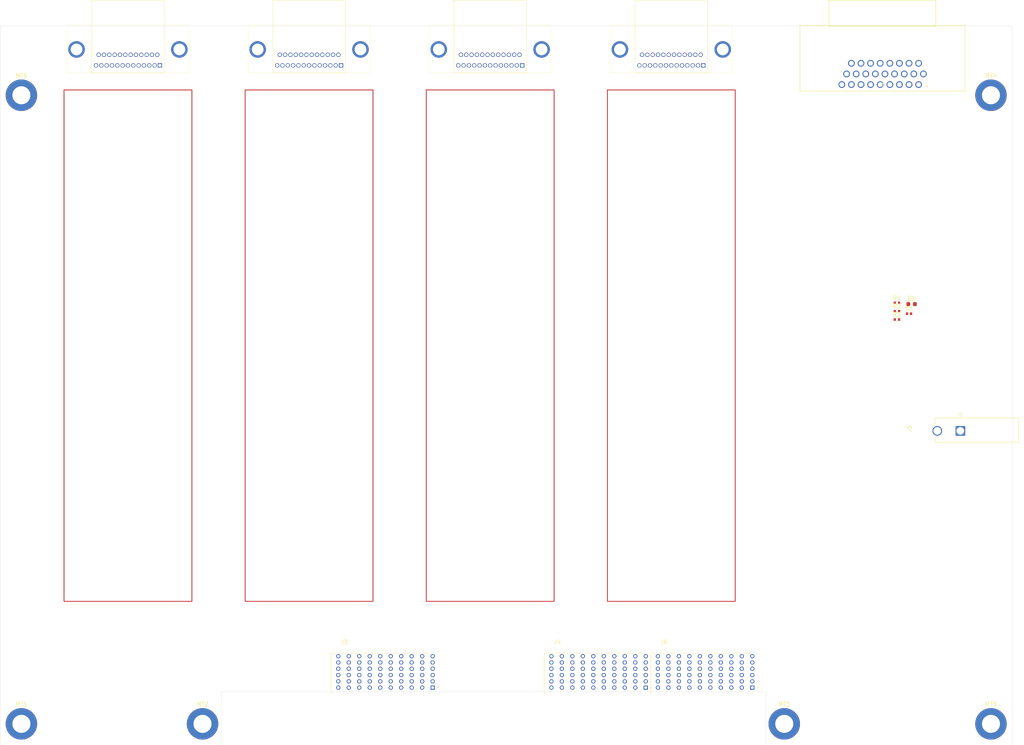
<source format=kicad_pcb>
(kicad_pcb (version 20241229) (generator "pcbnew") (generator_version "9.0")
  (layers (0 "F.Cu" signal) (2 "B.Cu" signal) (13 "F.Paste" user) (15 "B.Paste" user) (5 "F.SilkS" user "F.Silkscreen") (7 "B.SilkS" user "B.Silkscreen") (1 "F.Mask" user) (3 "B.Mask" user) (25 "Edge.Cuts" user))
  (net 0 "")
  (net 1 "GND")
  (net 2 "Net-(C1-Pad1)")
  (net 3 "Net-(D1-K)")
  (footprint "myparts:0836149012" (layer "F.Cu") (at 113.03 66.548 180)
    (property "Reference" "J7" (hide yes))
    (property "Value" "0836149012")
    (fp_rect (start -8.636 -1.778) (end 8.636 15.494) (stroke (width 0.1)) (fill no) (layer "F.SilkS"))
    (fp_rect (start -14.478 -1.778) (end 14.478 9.652) (stroke (width 0.05)) (fill no) (layer "F.SilkS"))
    (pad "1" thru_hole rect (at -7.62 0) (size 1.016 1.016) (drill 0.7112) (layers "*.Cu" "*.Mask"))
    (pad "2" thru_hole circle (at -6.35 0 180) (size 1.016 1.016) (drill 0.7112) (layers "*.Cu" "*.Mask"))
    (pad "3" thru_hole circle (at -5.08 0 180) (size 1.016 1.016) (drill 0.7112) (layers "*.Cu" "*.Mask"))
    (pad "4" thru_hole circle (at -3.81 0 180) (size 1.016 1.016) (drill 0.7112) (layers "*.Cu" "*.Mask"))
    (pad "5" thru_hole circle (at -2.54 0 180) (size 1.016 1.016) (drill 0.7112) (layers "*.Cu" "*.Mask"))
    (pad "6" thru_hole circle (at -1.27 0 180) (size 1.016 1.016) (drill 0.7112) (layers "*.Cu" "*.Mask"))
    (pad "7" thru_hole circle (at 0 0 180) (size 1.016 1.016) (drill 0.7112) (layers "*.Cu" "*.Mask"))
    (pad "8" thru_hole circle (at 1.27 0 180) (size 1.016 1.016) (drill 0.7112) (layers "*.Cu" "*.Mask"))
    (pad "9" thru_hole circle (at 2.54 0 180) (size 1.016 1.016) (drill 0.7112) (layers "*.Cu" "*.Mask"))
    (pad "10" thru_hole circle (at 3.81 0 180) (size 1.016 1.016) (drill 0.7112) (layers "*.Cu" "*.Mask"))
    (pad "11" thru_hole circle (at 5.08 0 180) (size 1.016 1.016) (drill 0.7112) (layers "*.Cu" "*.Mask"))
    (pad "12" thru_hole circle (at 6.35 0 180) (size 1.016 1.016) (drill 0.7112) (layers "*.Cu" "*.Mask"))
    (pad "13" thru_hole circle (at 7.62 0 180) (size 1.016 1.016) (drill 0.7112) (layers "*.Cu" "*.Mask"))
    (pad "14" thru_hole circle (at -6.985 2.54 180) (size 1.016 1.016) (drill 0.7112) (layers "*.Cu" "*.Mask"))
    (pad "15" thru_hole circle (at -5.715 2.54 180) (size 1.016 1.016) (drill 0.7112) (layers "*.Cu" "*.Mask"))
    (pad "16" thru_hole circle (at -4.445 2.54 180) (size 1.016 1.016) (drill 0.7112) (layers "*.Cu" "*.Mask"))
    (pad "17" thru_hole circle (at -3.175 2.54 180) (size 1.016 1.016) (drill 0.7112) (layers "*.Cu" "*.Mask"))
    (pad "18" thru_hole circle (at -1.905 2.54 180) (size 1.016 1.016) (drill 0.7112) (layers "*.Cu" "*.Mask"))
    (pad "19" thru_hole circle (at -0.635 2.54 180) (size 1.016 1.016) (drill 0.7112) (layers "*.Cu" "*.Mask"))
    (pad "20" thru_hole circle (at 0.635 2.54 180) (size 1.016 1.016) (drill 0.7112) (layers "*.Cu" "*.Mask"))
    (pad "21" thru_hole circle (at 1.905 2.54 180) (size 1.016 1.016) (drill 0.7112) (layers "*.Cu" "*.Mask"))
    (pad "22" thru_hole circle (at 3.175 2.54 180) (size 1.016 1.016) (drill 0.7112) (layers "*.Cu" "*.Mask"))
    (pad "23" thru_hole circle (at 4.445 2.54 180) (size 1.016 1.016) (drill 0.7112) (layers "*.Cu" "*.Mask"))
    (pad "24" thru_hole circle (at 5.715 2.54 180) (size 1.016 1.016) (drill 0.7112) (layers "*.Cu" "*.Mask"))
    (pad "25" thru_hole circle (at 6.985 2.54 180) (size 1.016 1.016) (drill 0.7112) (layers "*.Cu" "*.Mask"))
    (pad "26" thru_hole circle (at 12.2555 3.81) (size 3.937 3.937) (drill 2.794) (layers "*.Cu" "*.Mask"))
    (pad "27" thru_hole circle (at -12.2555 3.81) (size 3.937 3.937) (drill 2.794) (layers "*.Cu" "*.Mask"))
  )
  (footprint "MountingHole:MountingHole_4.3mm_M4_DIN965_Pad" (layer "F.Cu") (at 87.63 223.52)
    (property "Reference" "MT2" (at 0 -4.7 0) (layer "F.SilkS"))
    (property "Value" "MountingHole_Pad" (hide yes))
    (pad "1" thru_hole circle (at 0 0) (size 7.5 7.5) (drill 4.3) (layers "*.Cu" "*.Mask") (net 1 "GND"))
  )
  (footprint "Resistor_SMD:R_0402_1005Metric" (layer "F.Cu") (at 253.17 127.13)
    (property "Reference" "R3" (at 0 -1.17 0) (layer "F.SilkS"))
    (property "Value" "R_US")
    (fp_line (start -0.153641 -0.38) (end 0.153641 -0.38) (stroke (width 0.12)) (layer "F.SilkS"))
    (fp_line (start -0.153641 0.38) (end 0.153641 0.38) (stroke (width 0.12)) (layer "F.SilkS"))
    (pad "1" smd roundrect (at -0.51 0) (size 0.54 0.64) (layers "F.Cu" "F.Mask" "F.Paste") (net 3 "Net-(D1-K)"))
    (pad "2" smd roundrect (at 0.51 0) (size 0.54 0.64) (layers "F.Cu" "F.Mask" "F.Paste") (net 2 "Net-(C1-Pad1)"))
  )
  (footprint "myparts:MOLEX_39301022" (layer "F.Cu") (at 268.29 153.67 90)
    (property "Reference" "J5" (at 0.475 -12.115 90) (layer "F.SilkS"))
    (property "Value" "39301022")
    (fp_line (start 3.1 -6.04) (end 1.4762 -6.04) (stroke (width 0.127)) (layer "F.SilkS"))
    (fp_line (start 3.1 -6.04) (end 3.1 13.9) (stroke (width 0.127)) (layer "F.SilkS"))
    (fp_line (start -2.7 -6.04) (end -1.4762 -6.04) (stroke (width 0.127)) (layer "F.SilkS"))
    (fp_line (start 4.097 -0.4) (end 3.397 0) (stroke (width 0.127)) (layer "F.SilkS"))
    (fp_line (start 3.397 0) (end 4.097 0.4) (stroke (width 0.127)) (layer "F.SilkS"))
    (fp_line (start 4.097 0.4) (end 4.097 -0.4) (stroke (width 0.127)) (layer "F.SilkS"))
    (fp_line (start 3.1 13.9) (end -2.7 13.9) (stroke (width 0.127)) (layer "F.SilkS"))
    (fp_line (start -2.7 13.9) (end -2.7 -6.04) (stroke (width 0.127)) (layer "F.SilkS"))
    (pad "" np_thru_hole circle (at 0 7.3 90) (size 3 3) (drill 3) (layers "*.Cu" "*.Mask"))
    (pad "1" thru_hole rect (at 0 0 90) (size 2.3 2.3) (drill 1.8) (layers "*.Cu"))
    (pad "2" thru_hole circle (at 0 -5.5 90) (size 2.3 2.3) (drill 1.8) (layers "*.Cu"))
  )
  (footprint "Resistor_SMD:R_0402_1005Metric" (layer "F.Cu") (at 253.17 123.15)
    (property "Reference" "R1" (at 0 -1.17 0) (layer "F.SilkS"))
    (property "Value" "R_Small_US")
    (fp_line (start -0.153641 -0.38) (end 0.153641 -0.38) (stroke (width 0.12)) (layer "F.SilkS"))
    (fp_line (start -0.153641 0.38) (end 0.153641 0.38) (stroke (width 0.12)) (layer "F.SilkS"))
    (pad "1" smd roundrect (at -0.51 0) (size 0.54 0.64) (layers "F.Cu" "F.Mask" "F.Paste") (net 3 "Net-(D1-K)"))
    (pad "2" smd roundrect (at 0.51 0) (size 0.54 0.64) (layers "F.Cu" "F.Mask" "F.Paste") (net 2 "Net-(C1-Pad1)"))
  )
  (footprint "MountingHole:MountingHole_4.3mm_M4_DIN965_Pad" (layer "F.Cu") (at 275.59 73.66)
    (property "Reference" "MT4" (at 0 -4.7 0) (layer "F.SilkS"))
    (property "Value" "MountingHole_Pad" (hide yes))
    (pad "1" thru_hole circle (at 0 0) (size 7.5 7.5) (drill 4.3) (layers "*.Cu" "*.Mask") (net 1 "GND"))
  )
  (footprint "MountingHole:MountingHole_4.3mm_M4_DIN965_Pad" (layer "F.Cu") (at 275.59 223.52)
    (property "Reference" "MT5" (at 0 -4.7 0) (layer "F.SilkS"))
    (property "Value" "MountingHole_Pad" (hide yes))
    (pad "1" thru_hole circle (at 0 0) (size 7.5 7.5) (drill 4.3) (layers "*.Cu" "*.Mask") (net 1 "GND"))
  )
  (footprint "MountingHole:MountingHole_4.3mm_M4_DIN965_Pad" (layer "F.Cu") (at 44.45 73.66)
    (property "Reference" "MT6" (at 0 -4.7 0) (layer "F.SilkS"))
    (property "Value" "MountingHole_Pad" (hide yes))
    (pad "1" thru_hole circle (at 0 0) (size 7.5 7.5) (drill 4.3) (layers "*.Cu" "*.Mask") (net 1 "GND"))
  )
  (footprint "myparts:TE_6469028-1" (layer "F.Cu") (at 142.494 214.884)
    (property "Reference" "J3" (at -21.075 -10.885 0) (layer "F.SilkS"))
    (property "Value" "6469028-1")
    (fp_line (start -24.2 -8.2) (end -24.2 1.5) (stroke (width 0.127)) (layer "F.SilkS"))
    (fp_line (start -24.2 -8.2) (end -23 -8.2) (stroke (width 0.127)) (layer "F.SilkS"))
    (fp_line (start -22 -8.2) (end -20.5 -8.2) (stroke (width 0.127)) (layer "F.SilkS"))
    (fp_line (start -19.5 -8.2) (end -18 -8.2) (stroke (width 0.127)) (layer "F.SilkS"))
    (fp_line (start -17 -8.2) (end -15.5 -8.2) (stroke (width 0.127)) (layer "F.SilkS"))
    (fp_line (start -14.5 -8.2) (end -13 -8.2) (stroke (width 0.127)) (layer "F.SilkS"))
    (fp_line (start -12 -8.2) (end -10.5 -8.2) (stroke (width 0.127)) (layer "F.SilkS"))
    (fp_line (start -9.5 -8.2) (end -8 -8.2) (stroke (width 0.127)) (layer "F.SilkS"))
    (fp_line (start -7 -8.2) (end -5.5 -8.2) (stroke (width 0.127)) (layer "F.SilkS"))
    (fp_line (start -4.5 -8.2) (end -3 -8.2) (stroke (width 0.127)) (layer "F.SilkS"))
    (fp_line (start -2 -8.2) (end -0.5 -8.2) (stroke (width 0.127)) (layer "F.SilkS"))
    (fp_circle (center 1.25 0) (end 1.35 0) (stroke (width 0.2)) (fill no) (layer "F.SilkS"))
    (pad "A1" thru_hole rect (at 0 0) (size 1 1) (drill 0.61) (layers "*.Cu" "*.Mask"))
    (pad "A2" thru_hole circle (at -2.5 0) (size 1 1) (drill 0.61) (layers "*.Cu" "*.Mask"))
    (pad "A3" thru_hole circle (at -5 0) (size 1 1) (drill 0.61) (layers "*.Cu" "*.Mask"))
    (pad "A4" thru_hole circle (at -7.5 0) (size 1 1) (drill 0.61) (layers "*.Cu" "*.Mask"))
    (pad "A5" thru_hole circle (at -10 0) (size 1 1) (drill 0.61) (layers "*.Cu" "*.Mask"))
    (pad "A6" thru_hole circle (at -12.5 0) (size 1 1) (drill 0.61) (layers "*.Cu" "*.Mask"))
    (pad "A7" thru_hole circle (at -15 0) (size 1 1) (drill 0.61) (layers "*.Cu" "*.Mask"))
    (pad "A8" thru_hole circle (at -17.5 0) (size 1 1) (drill 0.61) (layers "*.Cu" "*.Mask"))
    (pad "A9" thru_hole circle (at -20 0) (size 1 1) (drill 0.61) (layers "*.Cu" "*.Mask"))
    (pad "A10" thru_hole circle (at -22.5 0) (size 1 1) (drill 0.61) (layers "*.Cu" "*.Mask"))
    (pad "B1" thru_hole circle (at 0 -1.5) (size 1 1) (drill 0.61) (layers "*.Cu" "*.Mask"))
    (pad "B2" thru_hole circle (at -2.5 -1.5) (size 1 1) (drill 0.61) (layers "*.Cu" "*.Mask"))
    (pad "B3" thru_hole circle (at -5 -1.5) (size 1 1) (drill 0.61) (layers "*.Cu" "*.Mask"))
    (pad "B4" thru_hole circle (at -7.5 -1.5) (size 1 1) (drill 0.61) (layers "*.Cu" "*.Mask"))
    (pad "B5" thru_hole circle (at -10 -1.5) (size 1 1) (drill 0.61) (layers "*.Cu" "*.Mask"))
    (pad "B6" thru_hole circle (at -12.5 -1.5) (size 1 1) (drill 0.61) (layers "*.Cu" "*.Mask"))
    (pad "B7" thru_hole circle (at -15 -1.5) (size 1 1) (drill 0.61) (layers "*.Cu" "*.Mask"))
    (pad "B8" thru_hole circle (at -17.5 -1.5) (size 1 1) (drill 0.61) (layers "*.Cu" "*.Mask"))
    (pad "B9" thru_hole circle (at -20 -1.5) (size 1 1) (drill 0.61) (layers "*.Cu" "*.Mask"))
    (pad "B10" thru_hole circle (at -22.5 -1.5) (size 1 1) (drill 0.61) (layers "*.Cu" "*.Mask"))
    (pad "BG1" thru_hole circle (at 0 -3) (size 1 1) (drill 0.61) (layers "*.Cu" "*.Mask") (net 1 "GND"))
    (pad "BG2" thru_hole circle (at -2.5 -3) (size 1 1) (drill 0.61) (layers "*.Cu" "*.Mask") (net 1 "GND"))
    (pad "BG3" thru_hole circle (at -5 -3) (size 1 1) (drill 0.61) (layers "*.Cu" "*.Mask") (net 1 "GND"))
    (pad "BG4" thru_hole circle (at -7.5 -3) (size 1 1) (drill 0.61) (layers "*.Cu" "*.Mask") (net 1 "GND"))
    (pad "BG5" thru_hole circle (at -10 -3) (size 1 1) (drill 0.61) (layers "*.Cu" "*.Mask") (net 1 "GND"))
    (pad "BG6" thru_hole circle (at -12.5 -3) (size 1 1) (drill 0.61) (layers "*.Cu" "*.Mask") (net 1 "GND"))
    (pad "BG7" thru_hole circle (at -15 -3) (size 1 1) (drill 0.61) (layers "*.Cu" "*.Mask") (net 1 "GND"))
    (pad "BG8" thru_hole circle (at -17.5 -3) (size 1 1) (drill 0.61) (layers "*.Cu" "*.Mask") (net 1 "GND"))
    (pad "BG9" thru_hole circle (at -20 -3) (size 1 1) (drill 0.61) (layers "*.Cu" "*.Mask") (net 1 "GND"))
    (pad "BG10" thru_hole circle (at -22.5 -3) (size 1 1) (drill 0.61) (layers "*.Cu" "*.Mask") (net 1 "GND"))
    (pad "C1" thru_hole circle (at 0 -4.5) (size 1 1) (drill 0.61) (layers "*.Cu" "*.Mask"))
    (pad "C2" thru_hole circle (at -2.5 -4.5) (size 1 1) (drill 0.61) (layers "*.Cu" "*.Mask"))
    (pad "C3" thru_hole circle (at -5 -4.5) (size 1 1) (drill 0.61) (layers "*.Cu" "*.Mask"))
    (pad "C4" thru_hole circle (at -7.5 -4.5) (size 1 1) (drill 0.61) (layers "*.Cu" "*.Mask"))
    (pad "C5" thru_hole circle (at -10 -4.5) (size 1 1) (drill 0.61) (layers "*.Cu" "*.Mask"))
    (pad "C6" thru_hole circle (at -12.5 -4.5) (size 1 1) (drill 0.61) (layers "*.Cu" "*.Mask"))
    (pad "C7" thru_hole circle (at -15 -4.5) (size 1 1) (drill 0.61) (layers "*.Cu" "*.Mask"))
    (pad "C8" thru_hole circle (at -17.5 -4.5) (size 1 1) (drill 0.61) (layers "*.Cu" "*.Mask"))
    (pad "C9" thru_hole circle (at -20 -4.5) (size 1 1) (drill 0.61) (layers "*.Cu" "*.Mask"))
    (pad "C10" thru_hole circle (at -22.5 -4.5) (size 1 1) (drill 0.61) (layers "*.Cu" "*.Mask"))
    (pad "D1" thru_hole circle (at 0 -6) (size 1 1) (drill 0.61) (layers "*.Cu" "*.Mask"))
    (pad "D2" thru_hole circle (at -2.5 -6) (size 1 1) (drill 0.61) (layers "*.Cu" "*.Mask"))
    (pad "D3" thru_hole circle (at -5 -6) (size 1 1) (drill 0.61) (layers "*.Cu" "*.Mask"))
    (pad "D4" thru_hole circle (at -7.5 -6) (size 1 1) (drill 0.61) (layers "*.Cu" "*.Mask"))
    (pad "D5" thru_hole circle (at -10 -6) (size 1 1) (drill 0.61) (layers "*.Cu" "*.Mask"))
    (pad "D6" thru_hole circle (at -12.5 -6) (size 1 1) (drill 0.61) (layers "*.Cu" "*.Mask"))
    (pad "D7" thru_hole circle (at -15 -6) (size 1 1) (drill 0.61) (layers "*.Cu" "*.Mask"))
    (pad "D8" thru_hole circle (at -17.5 -6) (size 1 1) (drill 0.61) (layers "*.Cu" "*.Mask"))
    (pad "D9" thru_hole circle (at -20 -6) (size 1 1) (drill 0.61) (layers "*.Cu" "*.Mask"))
    (pad "D10" thru_hole circle (at -22.5 -6) (size 1 1) (drill 0.61) (layers "*.Cu" "*.Mask"))
    (pad "DG1" thru_hole circle (at 0 -7.5) (size 1 1) (drill 0.61) (layers "*.Cu" "*.Mask") (net 1 "GND"))
    (pad "DG2" thru_hole circle (at -2.5 -7.5) (size 1 1) (drill 0.61) (layers "*.Cu" "*.Mask") (net 1 "GND"))
    (pad "DG3" thru_hole circle (at -5 -7.5) (size 1 1) (drill 0.61) (layers "*.Cu" "*.Mask") (net 1 "GND"))
    (pad "DG4" thru_hole circle (at -7.5 -7.5) (size 1 1) (drill 0.61) (layers "*.Cu" "*.Mask") (net 1 "GND"))
    (pad "DG5" thru_hole circle (at -10 -7.5) (size 1 1) (drill 0.61) (layers "*.Cu" "*.Mask") (net 1 "GND"))
    (pad "DG6" thru_hole circle (at -12.5 -7.5) (size 1 1) (drill 0.61) (layers "*.Cu" "*.Mask") (net 1 "GND"))
    (pad "DG7" thru_hole circle (at -15 -7.5) (size 1 1) (drill 0.61) (layers "*.Cu" "*.Mask") (net 1 "GND"))
    (pad "DG8" thru_hole circle (at -17.5 -7.5) (size 1 1) (drill 0.61) (layers "*.Cu" "*.Mask") (net 1 "GND"))
    (pad "DG9" thru_hole circle (at -20 -7.5) (size 1 1) (drill 0.61) (layers "*.Cu" "*.Mask") (net 1 "GND"))
    (pad "DG10" thru_hole circle (at -22.5 -7.5) (size 1 1) (drill 0.61) (layers "*.Cu" "*.Mask") (net 1 "GND"))
  )
  (footprint "myparts:TE_6469028-1" (layer "F.Cu") (at 193.294 214.884)
    (property "Reference" "J4" (at -21.075 -10.885 0) (layer "F.SilkS"))
    (property "Value" "6469028-1")
    (fp_line (start -24.2 -8.2) (end -24.2 1.5) (stroke (width 0.127)) (layer "F.SilkS"))
    (fp_line (start -24.2 -8.2) (end -23 -8.2) (stroke (width 0.127)) (layer "F.SilkS"))
    (fp_line (start -22 -8.2) (end -20.5 -8.2) (stroke (width 0.127)) (layer "F.SilkS"))
    (fp_line (start -19.5 -8.2) (end -18 -8.2) (stroke (width 0.127)) (layer "F.SilkS"))
    (fp_line (start -17 -8.2) (end -15.5 -8.2) (stroke (width 0.127)) (layer "F.SilkS"))
    (fp_line (start -14.5 -8.2) (end -13 -8.2) (stroke (width 0.127)) (layer "F.SilkS"))
    (fp_line (start -12 -8.2) (end -10.5 -8.2) (stroke (width 0.127)) (layer "F.SilkS"))
    (fp_line (start -9.5 -8.2) (end -8 -8.2) (stroke (width 0.127)) (layer "F.SilkS"))
    (fp_line (start -7 -8.2) (end -5.5 -8.2) (stroke (width 0.127)) (layer "F.SilkS"))
    (fp_line (start -4.5 -8.2) (end -3 -8.2) (stroke (width 0.127)) (layer "F.SilkS"))
    (fp_line (start -2 -8.2) (end -0.5 -8.2) (stroke (width 0.127)) (layer "F.SilkS"))
    (fp_circle (center 1.25 0) (end 1.35 0) (stroke (width 0.2)) (fill no) (layer "F.SilkS"))
    (pad "A1" thru_hole rect (at 0 0) (size 1 1) (drill 0.61) (layers "*.Cu" "*.Mask"))
    (pad "A2" thru_hole circle (at -2.5 0) (size 1 1) (drill 0.61) (layers "*.Cu" "*.Mask"))
    (pad "A3" thru_hole circle (at -5 0) (size 1 1) (drill 0.61) (layers "*.Cu" "*.Mask"))
    (pad "A4" thru_hole circle (at -7.5 0) (size 1 1) (drill 0.61) (layers "*.Cu" "*.Mask"))
    (pad "A5" thru_hole circle (at -10 0) (size 1 1) (drill 0.61) (layers "*.Cu" "*.Mask"))
    (pad "A6" thru_hole circle (at -12.5 0) (size 1 1) (drill 0.61) (layers "*.Cu" "*.Mask"))
    (pad "A7" thru_hole circle (at -15 0) (size 1 1) (drill 0.61) (layers "*.Cu" "*.Mask"))
    (pad "A8" thru_hole circle (at -17.5 0) (size 1 1) (drill 0.61) (layers "*.Cu" "*.Mask"))
    (pad "A9" thru_hole circle (at -20 0) (size 1 1) (drill 0.61) (layers "*.Cu" "*.Mask"))
    (pad "A10" thru_hole circle (at -22.5 0) (size 1 1) (drill 0.61) (layers "*.Cu" "*.Mask"))
    (pad "B1" thru_hole circle (at 0 -1.5) (size 1 1) (drill 0.61) (layers "*.Cu" "*.Mask"))
    (pad "B2" thru_hole circle (at -2.5 -1.5) (size 1 1) (drill 0.61) (layers "*.Cu" "*.Mask"))
    (pad "B3" thru_hole circle (at -5 -1.5) (size 1 1) (drill 0.61) (layers "*.Cu" "*.Mask"))
    (pad "B4" thru_hole circle (at -7.5 -1.5) (size 1 1) (drill 0.61) (layers "*.Cu" "*.Mask"))
    (pad "B5" thru_hole circle (at -10 -1.5) (size 1 1) (drill 0.61) (layers "*.Cu" "*.Mask"))
    (pad "B6" thru_hole circle (at -12.5 -1.5) (size 1 1) (drill 0.61) (layers "*.Cu" "*.Mask"))
    (pad "B7" thru_hole circle (at -15 -1.5) (size 1 1) (drill 0.61) (layers "*.Cu" "*.Mask"))
    (pad "B8" thru_hole circle (at -17.5 -1.5) (size 1 1) (drill 0.61) (layers "*.Cu" "*.Mask"))
    (pad "B9" thru_hole circle (at -20 -1.5) (size 1 1) (drill 0.61) (layers "*.Cu" "*.Mask"))
    (pad "B10" thru_hole circle (at -22.5 -1.5) (size 1 1) (drill 0.61) (layers "*.Cu" "*.Mask"))
    (pad "BG1" thru_hole circle (at 0 -3) (size 1 1) (drill 0.61) (layers "*.Cu" "*.Mask") (net 1 "GND"))
    (pad "BG2" thru_hole circle (at -2.5 -3) (size 1 1) (drill 0.61) (layers "*.Cu" "*.Mask") (net 1 "GND"))
    (pad "BG3" thru_hole circle (at -5 -3) (size 1 1) (drill 0.61) (layers "*.Cu" "*.Mask") (net 1 "GND"))
    (pad "BG4" thru_hole circle (at -7.5 -3) (size 1 1) (drill 0.61) (layers "*.Cu" "*.Mask") (net 1 "GND"))
    (pad "BG5" thru_hole circle (at -10 -3) (size 1 1) (drill 0.61) (layers "*.Cu" "*.Mask") (net 1 "GND"))
    (pad "BG6" thru_hole circle (at -12.5 -3) (size 1 1) (drill 0.61) (layers "*.Cu" "*.Mask") (net 1 "GND"))
    (pad "BG7" thru_hole circle (at -15 -3) (size 1 1) (drill 0.61) (layers "*.Cu" "*.Mask") (net 1 "GND"))
    (pad "BG8" thru_hole circle (at -17.5 -3) (size 1 1) (drill 0.61) (layers "*.Cu" "*.Mask") (net 1 "GND"))
    (pad "BG9" thru_hole circle (at -20 -3) (size 1 1) (drill 0.61) (layers "*.Cu" "*.Mask") (net 1 "GND"))
    (pad "BG10" thru_hole circle (at -22.5 -3) (size 1 1) (drill 0.61) (layers "*.Cu" "*.Mask") (net 1 "GND"))
    (pad "C1" thru_hole circle (at 0 -4.5) (size 1 1) (drill 0.61) (layers "*.Cu" "*.Mask"))
    (pad "C2" thru_hole circle (at -2.5 -4.5) (size 1 1) (drill 0.61) (layers "*.Cu" "*.Mask"))
    (pad "C3" thru_hole circle (at -5 -4.5) (size 1 1) (drill 0.61) (layers "*.Cu" "*.Mask"))
    (pad "C4" thru_hole circle (at -7.5 -4.5) (size 1 1) (drill 0.61) (layers "*.Cu" "*.Mask"))
    (pad "C5" thru_hole circle (at -10 -4.5) (size 1 1) (drill 0.61) (layers "*.Cu" "*.Mask"))
    (pad "C6" thru_hole circle (at -12.5 -4.5) (size 1 1) (drill 0.61) (layers "*.Cu" "*.Mask"))
    (pad "C7" thru_hole circle (at -15 -4.5) (size 1 1) (drill 0.61) (layers "*.Cu" "*.Mask"))
    (pad "C8" thru_hole circle (at -17.5 -4.5) (size 1 1) (drill 0.61) (layers "*.Cu" "*.Mask"))
    (pad "C9" thru_hole circle (at -20 -4.5) (size 1 1) (drill 0.61) (layers "*.Cu" "*.Mask"))
    (pad "C10" thru_hole circle (at -22.5 -4.5) (size 1 1) (drill 0.61) (layers "*.Cu" "*.Mask"))
    (pad "D1" thru_hole circle (at 0 -6) (size 1 1) (drill 0.61) (layers "*.Cu" "*.Mask"))
    (pad "D2" thru_hole circle (at -2.5 -6) (size 1 1) (drill 0.61) (layers "*.Cu" "*.Mask"))
    (pad "D3" thru_hole circle (at -5 -6) (size 1 1) (drill 0.61) (layers "*.Cu" "*.Mask"))
    (pad "D4" thru_hole circle (at -7.5 -6) (size 1 1) (drill 0.61) (layers "*.Cu" "*.Mask"))
    (pad "D5" thru_hole circle (at -10 -6) (size 1 1) (drill 0.61) (layers "*.Cu" "*.Mask"))
    (pad "D6" thru_hole circle (at -12.5 -6) (size 1 1) (drill 0.61) (layers "*.Cu" "*.Mask"))
    (pad "D7" thru_hole circle (at -15 -6) (size 1 1) (drill 0.61) (layers "*.Cu" "*.Mask"))
    (pad "D8" thru_hole circle (at -17.5 -6) (size 1 1) (drill 0.61) (layers "*.Cu" "*.Mask"))
    (pad "D9" thru_hole circle (at -20 -6) (size 1 1) (drill 0.61) (layers "*.Cu" "*.Mask"))
    (pad "D10" thru_hole circle (at -22.5 -6) (size 1 1) (drill 0.61) (layers "*.Cu" "*.Mask"))
    (pad "DG1" thru_hole circle (at 0 -7.5) (size 1 1) (drill 0.61) (layers "*.Cu" "*.Mask") (net 1 "GND"))
    (pad "DG2" thru_hole circle (at -2.5 -7.5) (size 1 1) (drill 0.61) (layers "*.Cu" "*.Mask") (net 1 "GND"))
    (pad "DG3" thru_hole circle (at -5 -7.5) (size 1 1) (drill 0.61) (layers "*.Cu" "*.Mask") (net 1 "GND"))
    (pad "DG4" thru_hole circle (at -7.5 -7.5) (size 1 1) (drill 0.61) (layers "*.Cu" "*.Mask") (net 1 "GND"))
    (pad "DG5" thru_hole circle (at -10 -7.5) (size 1 1) (drill 0.61) (layers "*.Cu" "*.Mask") (net 1 "GND"))
    (pad "DG6" thru_hole circle (at -12.5 -7.5) (size 1 1) (drill 0.61) (layers "*.Cu" "*.Mask") (net 1 "GND"))
    (pad "DG7" thru_hole circle (at -15 -7.5) (size 1 1) (drill 0.61) (layers "*.Cu" "*.Mask") (net 1 "GND"))
    (pad "DG8" thru_hole circle (at -17.5 -7.5) (size 1 1) (drill 0.61) (layers "*.Cu" "*.Mask") (net 1 "GND"))
    (pad "DG9" thru_hole circle (at -20 -7.5) (size 1 1) (drill 0.61) (layers "*.Cu" "*.Mask") (net 1 "GND"))
    (pad "DG10" thru_hole circle (at -22.5 -7.5) (size 1 1) (drill 0.61) (layers "*.Cu" "*.Mask") (net 1 "GND"))
  )
  (footprint "Resistor_SMD:R_0402_1005Metric" (layer "F.Cu") (at 253.17 125.14)
    (property "Reference" "R2" (at 0 -1.17 0) (layer "F.SilkS"))
    (property "Value" "R_US")
    (fp_line (start -0.153641 -0.38) (end 0.153641 -0.38) (stroke (width 0.12)) (layer "F.SilkS"))
    (fp_line (start -0.153641 0.38) (end 0.153641 0.38) (stroke (width 0.12)) (layer "F.SilkS"))
    (pad "1" smd roundrect (at -0.51 0) (size 0.54 0.64) (layers "F.Cu" "F.Mask" "F.Paste") (net 3 "Net-(D1-K)"))
    (pad "2" smd roundrect (at 0.51 0) (size 0.54 0.64) (layers "F.Cu" "F.Mask" "F.Paste") (net 2 "Net-(C1-Pad1)"))
  )
  (footprint "myparts:CONN_F15-26P135G0-5979_MOL" (layer "F.Cu") (at 258.3434 71.12)
    (property "Reference" "J1" (at -8.7376 0 0) (layer "F.SilkS"))
    (property "Value" "1731130154")
    (fp_line (start -28.2956 -14.097) (end -28.2956 1.5494) (stroke (width 0.1524)) (layer "F.SilkS"))
    (fp_line (start -28.2956 1.5494) (end 11.049 1.5494) (stroke (width 0.1524)) (layer "F.SilkS"))
    (fp_line (start -21.3614 -20.0914) (end -21.3614 -13.843) (stroke (width 0.1524)) (layer "F.SilkS"))
    (fp_line (start -21.3614 -13.843) (end 4.0894 -13.843) (stroke (width 0.1524)) (layer "F.SilkS"))
    (fp_line (start 4.0894 -20.0914) (end -21.3614 -20.0914) (stroke (width 0.1524)) (layer "F.SilkS"))
    (fp_line (start 4.0894 -13.843) (end 4.0894 -20.0914) (stroke (width 0.1524)) (layer "F.SilkS"))
    (fp_line (start 11.049 -14.097) (end -28.2956 -14.097) (stroke (width 0.1524)) (layer "F.SilkS"))
    (fp_line (start 11.049 1.5494) (end 11.049 -14.097) (stroke (width 0.1524)) (layer "F.SilkS"))
    (fp_text user "*" (at 1.9558 0.635 0) (layer "F.SilkS"))
    (pad "" np_thru_hole circle (at -25.273 -2.3876) (size 2.9972 2.9972) (drill 2.9972) (layers "*.Cu" "*.Mask"))
    (pad "" np_thru_hole circle (at 8.0264 -2.3876) (size 2.9972 2.9972) (drill 2.9972) (layers "*.Cu" "*.Mask"))
    (pad "1" thru_hole circle (at 0 0) (size 1.6002 1.6002) (drill 1.0922) (layers "*.Cu" "*.Mask"))
    (pad "2" thru_hole circle (at -2.286 0) (size 1.6002 1.6002) (drill 1.0922) (layers "*.Cu" "*.Mask"))
    (pad "3" thru_hole circle (at -4.572 0) (size 1.6002 1.6002) (drill 1.0922) (layers "*.Cu" "*.Mask"))
    (pad "4" thru_hole circle (at -6.858 0) (size 1.6002 1.6002) (drill 1.0922) (layers "*.Cu" "*.Mask"))
    (pad "5" thru_hole circle (at -9.1694 0) (size 1.6002 1.6002) (drill 1.0922) (layers "*.Cu" "*.Mask"))
    (pad "6" thru_hole circle (at -11.4554 0) (size 1.6002 1.6002) (drill 1.0922) (layers "*.Cu" "*.Mask"))
    (pad "7" thru_hole circle (at -13.7414 0) (size 1.6002 1.6002) (drill 1.0922) (layers "*.Cu" "*.Mask"))
    (pad "8" thru_hole circle (at -16.0274 0) (size 1.6002 1.6002) (drill 1.0922) (layers "*.Cu" "*.Mask"))
    (pad "9" thru_hole circle (at -18.3134 0) (size 1.6002 1.6002) (drill 1.0922) (layers "*.Cu" "*.Mask"))
    (pad "10" thru_hole circle (at 1.143 -2.54) (size 1.6002 1.6002) (drill 1.0922) (layers "*.Cu" "*.Mask"))
    (pad "11" thru_hole circle (at -1.143 -2.54) (size 1.6002 1.6002) (drill 1.0922) (layers "*.Cu" "*.Mask"))
    (pad "12" thru_hole circle (at -3.429 -2.54) (size 1.6002 1.6002) (drill 1.0922) (layers "*.Cu" "*.Mask"))
    (pad "13" thru_hole circle (at -5.7404 -2.54) (size 1.6002 1.6002) (drill 1.0922) (layers "*.Cu" "*.Mask"))
    (pad "14" thru_hole circle (at -8.0264 -2.54) (size 1.6002 1.6002) (drill 1.0922) (layers "*.Cu" "*.Mask"))
    (pad "15" thru_hole circle (at -10.3124 -2.54) (size 1.6002 1.6002) (drill 1.0922) (layers "*.Cu" "*.Mask"))
    (pad "16" thru_hole circle (at -12.5984 -2.54) (size 1.6002 1.6002) (drill 1.0922) (layers "*.Cu" "*.Mask"))
    (pad "17" thru_hole circle (at -14.8844 -2.54) (size 1.6002 1.6002) (drill 1.0922) (layers "*.Cu" "*.Mask"))
    (pad "18" thru_hole circle (at -17.1704 -2.54) (size 1.6002 1.6002) (drill 1.0922) (layers "*.Cu" "*.Mask"))
    (pad "19" thru_hole circle (at 0 -5.08) (size 1.6002 1.6002) (drill 1.0922) (layers "*.Cu" "*.Mask"))
    (pad "20" thru_hole circle (at -2.286 -5.08) (size 1.6002 1.6002) (drill 1.0922) (layers "*.Cu" "*.Mask"))
    (pad "21" thru_hole circle (at -4.572 -5.08) (size 1.6002 1.6002) (drill 1.0922) (layers "*.Cu" "*.Mask"))
    (pad "22" thru_hole circle (at -6.858 -5.08) (size 1.6002 1.6002) (drill 1.0922) (layers "*.Cu" "*.Mask"))
    (pad "23" thru_hole circle (at -9.1694 -5.08) (size 1.6002 1.6002) (drill 1.0922) (layers "*.Cu" "*.Mask"))
    (pad "24" thru_hole circle (at -11.4554 -5.08) (size 1.6002 1.6002) (drill 1.0922) (layers "*.Cu" "*.Mask"))
    (pad "25" thru_hole circle (at -13.7414 -5.08) (size 1.6002 1.6002) (drill 1.0922) (layers "*.Cu" "*.Mask"))
    (pad "26" thru_hole circle (at -16.0274 -5.08) (size 1.6002 1.6002) (drill 1.0922) (layers "*.Cu" "*.Mask"))
  )
  (footprint "LED_SMD:LED_0603_1608Metric" (layer "F.Cu") (at 256.67 123.45)
    (property "Reference" "D1" (at 0 -1.43 0) (layer "F.SilkS"))
    (property "Value" "LED")
    (fp_line (start -1.485 -0.735) (end -1.485 0.735) (stroke (width 0.12)) (layer "F.SilkS"))
    (fp_line (start -1.485 0.735) (end 0.8 0.735) (stroke (width 0.12)) (layer "F.SilkS"))
    (fp_line (start 0.8 -0.735) (end -1.485 -0.735) (stroke (width 0.12)) (layer "F.SilkS"))
    (pad "1" smd roundrect (at -0.7875 0) (size 0.875 0.95) (layers "F.Cu" "F.Mask" "F.Paste") (net 3 "Net-(D1-K)"))
    (pad "2" smd roundrect (at 0.7875 0) (size 0.875 0.95) (layers "F.Cu" "F.Mask" "F.Paste"))
  )
  (footprint "MountingHole:MountingHole_4.3mm_M4_DIN965_Pad" (layer "F.Cu") (at 226.314 223.52)
    (property "Reference" "MT3" (at 0 -4.7 0) (layer "F.SilkS"))
    (property "Value" "MountingHole_Pad" (hide yes))
    (pad "1" thru_hole circle (at 0 0) (size 7.5 7.5) (drill 4.3) (layers "*.Cu" "*.Mask") (net 1 "GND"))
  )
  (footprint "myparts:0836149012" (layer "F.Cu") (at 156.21 66.548 180)
    (property "Reference" "J8" (hide yes))
    (property "Value" "0836149012")
    (fp_rect (start -8.636 -1.778) (end 8.636 15.494) (stroke (width 0.1)) (fill no) (layer "F.SilkS"))
    (fp_rect (start -14.478 -1.778) (end 14.478 9.652) (stroke (width 0.05)) (fill no) (layer "F.SilkS"))
    (pad "1" thru_hole rect (at -7.62 0) (size 1.016 1.016) (drill 0.7112) (layers "*.Cu" "*.Mask"))
    (pad "2" thru_hole circle (at -6.35 0 180) (size 1.016 1.016) (drill 0.7112) (layers "*.Cu" "*.Mask"))
    (pad "3" thru_hole circle (at -5.08 0 180) (size 1.016 1.016) (drill 0.7112) (layers "*.Cu" "*.Mask"))
    (pad "4" thru_hole circle (at -3.81 0 180) (size 1.016 1.016) (drill 0.7112) (layers "*.Cu" "*.Mask"))
    (pad "5" thru_hole circle (at -2.54 0 180) (size 1.016 1.016) (drill 0.7112) (layers "*.Cu" "*.Mask"))
    (pad "6" thru_hole circle (at -1.27 0 180) (size 1.016 1.016) (drill 0.7112) (layers "*.Cu" "*.Mask"))
    (pad "7" thru_hole circle (at 0 0 180) (size 1.016 1.016) (drill 0.7112) (layers "*.Cu" "*.Mask"))
    (pad "8" thru_hole circle (at 1.27 0 180) (size 1.016 1.016) (drill 0.7112) (layers "*.Cu" "*.Mask"))
    (pad "9" thru_hole circle (at 2.54 0 180) (size 1.016 1.016) (drill 0.7112) (layers "*.Cu" "*.Mask"))
    (pad "10" thru_hole circle (at 3.81 0 180) (size 1.016 1.016) (drill 0.7112) (layers "*.Cu" "*.Mask"))
    (pad "11" thru_hole circle (at 5.08 0 180) (size 1.016 1.016) (drill 0.7112) (layers "*.Cu" "*.Mask"))
    (pad "12" thru_hole circle (at 6.35 0 180) (size 1.016 1.016) (drill 0.7112) (layers "*.Cu" "*.Mask"))
    (pad "13" thru_hole circle (at 7.62 0 180) (size 1.016 1.016) (drill 0.7112) (layers "*.Cu" "*.Mask"))
    (pad "14" thru_hole circle (at -6.985 2.54 180) (size 1.016 1.016) (drill 0.7112) (layers "*.Cu" "*.Mask"))
    (pad "15" thru_hole circle (at -5.715 2.54 180) (size 1.016 1.016) (drill 0.7112) (layers "*.Cu" "*.Mask"))
    (pad "16" thru_hole circle (at -4.445 2.54 180) (size 1.016 1.016) (drill 0.7112) (layers "*.Cu" "*.Mask"))
    (pad "17" thru_hole circle (at -3.175 2.54 180) (size 1.016 1.016) (drill 0.7112) (layers "*.Cu" "*.Mask"))
    (pad "18" thru_hole circle (at -1.905 2.54 180) (size 1.016 1.016) (drill 0.7112) (layers "*.Cu" "*.Mask"))
    (pad "19" thru_hole circle (at -0.635 2.54 180) (size 1.016 1.016) (drill 0.7112) (layers "*.Cu" "*.Mask"))
    (pad "20" thru_hole circle (at 0.635 2.54 180) (size 1.016 1.016) (drill 0.7112) (layers "*.Cu" "*.Mask"))
    (pad "21" thru_hole circle (at 1.905 2.54 180) (size 1.016 1.016) (drill 0.7112) (layers "*.Cu" "*.Mask"))
    (pad "22" thru_hole circle (at 3.175 2.54 180) (size 1.016 1.016) (drill 0.7112) (layers "*.Cu" "*.Mask"))
    (pad "23" thru_hole circle (at 4.445 2.54 180) (size 1.016 1.016) (drill 0.7112) (layers "*.Cu" "*.Mask"))
    (pad "24" thru_hole circle (at 5.715 2.54 180) (size 1.016 1.016) (drill 0.7112) (layers "*.Cu" "*.Mask"))
    (pad "25" thru_hole circle (at 6.985 2.54 180) (size 1.016 1.016) (drill 0.7112) (layers "*.Cu" "*.Mask"))
    (pad "26" thru_hole circle (at 12.2555 3.81) (size 3.937 3.937) (drill 2.794) (layers "*.Cu" "*.Mask"))
    (pad "27" thru_hole circle (at -12.2555 3.81) (size 3.937 3.937) (drill 2.794) (layers "*.Cu" "*.Mask"))
  )
  (footprint "myparts:0836149012" (layer "F.Cu") (at 199.39 66.548 180)
    (property "Reference" "J9" (hide yes))
    (property "Value" "0836149012")
    (fp_rect (start -8.636 -1.778) (end 8.636 15.494) (stroke (width 0.1)) (fill no) (layer "F.SilkS"))
    (fp_rect (start -14.478 -1.778) (end 14.478 9.652) (stroke (width 0.05)) (fill no) (layer "F.SilkS"))
    (pad "1" thru_hole rect (at -7.62 0) (size 1.016 1.016) (drill 0.7112) (layers "*.Cu" "*.Mask"))
    (pad "2" thru_hole circle (at -6.35 0 180) (size 1.016 1.016) (drill 0.7112) (layers "*.Cu" "*.Mask"))
    (pad "3" thru_hole circle (at -5.08 0 180) (size 1.016 1.016) (drill 0.7112) (layers "*.Cu" "*.Mask"))
    (pad "4" thru_hole circle (at -3.81 0 180) (size 1.016 1.016) (drill 0.7112) (layers "*.Cu" "*.Mask"))
    (pad "5" thru_hole circle (at -2.54 0 180) (size 1.016 1.016) (drill 0.7112) (layers "*.Cu" "*.Mask"))
    (pad "6" thru_hole circle (at -1.27 0 180) (size 1.016 1.016) (drill 0.7112) (layers "*.Cu" "*.Mask"))
    (pad "7" thru_hole circle (at 0 0 180) (size 1.016 1.016) (drill 0.7112) (layers "*.Cu" "*.Mask"))
    (pad "8" thru_hole circle (at 1.27 0 180) (size 1.016 1.016) (drill 0.7112) (layers "*.Cu" "*.Mask"))
    (pad "9" thru_hole circle (at 2.54 0 180) (size 1.016 1.016) (drill 0.7112) (layers "*.Cu" "*.Mask"))
    (pad "10" thru_hole circle (at 3.81 0 180) (size 1.016 1.016) (drill 0.7112) (layers "*.Cu" "*.Mask"))
    (pad "11" thru_hole circle (at 5.08 0 180) (size 1.016 1.016) (drill 0.7112) (layers "*.Cu" "*.Mask"))
    (pad "12" thru_hole circle (at 6.35 0 180) (size 1.016 1.016) (drill 0.7112) (layers "*.Cu" "*.Mask"))
    (pad "13" thru_hole circle (at 7.62 0 180) (size 1.016 1.016) (drill 0.7112) (layers "*.Cu" "*.Mask"))
    (pad "14" thru_hole circle (at -6.985 2.54 180) (size 1.016 1.016) (drill 0.7112) (layers "*.Cu" "*.Mask"))
    (pad "15" thru_hole circle (at -5.715 2.54 180) (size 1.016 1.016) (drill 0.7112) (layers "*.Cu" "*.Mask"))
    (pad "16" thru_hole circle (at -4.445 2.54 180) (size 1.016 1.016) (drill 0.7112) (layers "*.Cu" "*.Mask"))
    (pad "17" thru_hole circle (at -3.175 2.54 180) (size 1.016 1.016) (drill 0.7112) (layers "*.Cu" "*.Mask"))
    (pad "18" thru_hole circle (at -1.905 2.54 180) (size 1.016 1.016) (drill 0.7112) (layers "*.Cu" "*.Mask"))
    (pad "19" thru_hole circle (at -0.635 2.54 180) (size 1.016 1.016) (drill 0.7112) (layers "*.Cu" "*.Mask"))
    (pad "20" thru_hole circle (at 0.635 2.54 180) (size 1.016 1.016) (drill 0.7112) (layers "*.Cu" "*.Mask"))
    (pad "21" thru_hole circle (at 1.905 2.54 180) (size 1.016 1.016) (drill 0.7112) (layers "*.Cu" "*.Mask"))
    (pad "22" thru_hole circle (at 3.175 2.54 180) (size 1.016 1.016) (drill 0.7112) (layers "*.Cu" "*.Mask"))
    (pad "23" thru_hole circle (at 4.445 2.54 180) (size 1.016 1.016) (drill 0.7112) (layers "*.Cu" "*.Mask"))
    (pad "24" thru_hole circle (at 5.715 2.54 180) (size 1.016 1.016) (drill 0.7112) (layers "*.Cu" "*.Mask"))
    (pad "25" thru_hole circle (at 6.985 2.54 180) (size 1.016 1.016) (drill 0.7112) (layers "*.Cu" "*.Mask"))
    (pad "26" thru_hole circle (at 12.2555 3.81) (size 3.937 3.937) (drill 2.794) (layers "*.Cu" "*.Mask"))
    (pad "27" thru_hole circle (at -12.2555 3.81) (size 3.937 3.937) (drill 2.794) (layers "*.Cu" "*.Mask"))
  )
  (footprint "myparts:TE_6469028-1" (layer "F.Cu") (at 218.694 214.884)
    (property "Reference" "J6" (at -21.075 -10.885 0) (layer "F.SilkS"))
    (property "Value" "6469028-1")
    (fp_line (start -24.2 -8.2) (end -24.2 1.5) (stroke (width 0.127)) (layer "F.SilkS"))
    (fp_line (start -24.2 -8.2) (end -23 -8.2) (stroke (width 0.127)) (layer "F.SilkS"))
    (fp_line (start -22 -8.2) (end -20.5 -8.2) (stroke (width 0.127)) (layer "F.SilkS"))
    (fp_line (start -19.5 -8.2) (end -18 -8.2) (stroke (width 0.127)) (layer "F.SilkS"))
    (fp_line (start -17 -8.2) (end -15.5 -8.2) (stroke (width 0.127)) (layer "F.SilkS"))
    (fp_line (start -14.5 -8.2) (end -13 -8.2) (stroke (width 0.127)) (layer "F.SilkS"))
    (fp_line (start -12 -8.2) (end -10.5 -8.2) (stroke (width 0.127)) (layer "F.SilkS"))
    (fp_line (start -9.5 -8.2) (end -8 -8.2) (stroke (width 0.127)) (layer "F.SilkS"))
    (fp_line (start -7 -8.2) (end -5.5 -8.2) (stroke (width 0.127)) (layer "F.SilkS"))
    (fp_line (start -4.5 -8.2) (end -3 -8.2) (stroke (width 0.127)) (layer "F.SilkS"))
    (fp_line (start -2 -8.2) (end -0.5 -8.2) (stroke (width 0.127)) (layer "F.SilkS"))
    (fp_circle (center 1.25 0) (end 1.35 0) (stroke (width 0.2)) (fill no) (layer "F.SilkS"))
    (pad "A1" thru_hole rect (at 0 0) (size 1 1) (drill 0.61) (layers "*.Cu" "*.Mask"))
    (pad "A2" thru_hole circle (at -2.5 0) (size 1 1) (drill 0.61) (layers "*.Cu" "*.Mask"))
    (pad "A3" thru_hole circle (at -5 0) (size 1 1) (drill 0.61) (layers "*.Cu" "*.Mask"))
    (pad "A4" thru_hole circle (at -7.5 0) (size 1 1) (drill 0.61) (layers "*.Cu" "*.Mask"))
    (pad "A5" thru_hole circle (at -10 0) (size 1 1) (drill 0.61) (layers "*.Cu" "*.Mask"))
    (pad "A6" thru_hole circle (at -12.5 0) (size 1 1) (drill 0.61) (layers "*.Cu" "*.Mask"))
    (pad "A7" thru_hole circle (at -15 0) (size 1 1) (drill 0.61) (layers "*.Cu" "*.Mask"))
    (pad "A8" thru_hole circle (at -17.5 0) (size 1 1) (drill 0.61) (layers "*.Cu" "*.Mask"))
    (pad "A9" thru_hole circle (at -20 0) (size 1 1) (drill 0.61) (layers "*.Cu" "*.Mask"))
    (pad "A10" thru_hole circle (at -22.5 0) (size 1 1) (drill 0.61) (layers "*.Cu" "*.Mask"))
    (pad "B1" thru_hole circle (at 0 -1.5) (size 1 1) (drill 0.61) (layers "*.Cu" "*.Mask"))
    (pad "B2" thru_hole circle (at -2.5 -1.5) (size 1 1) (drill 0.61) (layers "*.Cu" "*.Mask"))
    (pad "B3" thru_hole circle (at -5 -1.5) (size 1 1) (drill 0.61) (layers "*.Cu" "*.Mask"))
    (pad "B4" thru_hole circle (at -7.5 -1.5) (size 1 1) (drill 0.61) (layers "*.Cu" "*.Mask"))
    (pad "B5" thru_hole circle (at -10 -1.5) (size 1 1) (drill 0.61) (layers "*.Cu" "*.Mask"))
    (pad "B6" thru_hole circle (at -12.5 -1.5) (size 1 1) (drill 0.61) (layers "*.Cu" "*.Mask"))
    (pad "B7" thru_hole circle (at -15 -1.5) (size 1 1) (drill 0.61) (layers "*.Cu" "*.Mask"))
    (pad "B8" thru_hole circle (at -17.5 -1.5) (size 1 1) (drill 0.61) (layers "*.Cu" "*.Mask"))
    (pad "B9" thru_hole circle (at -20 -1.5) (size 1 1) (drill 0.61) (layers "*.Cu" "*.Mask"))
    (pad "B10" thru_hole circle (at -22.5 -1.5) (size 1 1) (drill 0.61) (layers "*.Cu" "*.Mask"))
    (pad "BG1" thru_hole circle (at 0 -3) (size 1 1) (drill 0.61) (layers "*.Cu" "*.Mask") (net 1 "GND"))
    (pad "BG2" thru_hole circle (at -2.5 -3) (size 1 1) (drill 0.61) (layers "*.Cu" "*.Mask") (net 1 "GND"))
    (pad "BG3" thru_hole circle (at -5 -3) (size 1 1) (drill 0.61) (layers "*.Cu" "*.Mask") (net 1 "GND"))
    (pad "BG4" thru_hole circle (at -7.5 -3) (size 1 1) (drill 0.61) (layers "*.Cu" "*.Mask") (net 1 "GND"))
    (pad "BG5" thru_hole circle (at -10 -3) (size 1 1) (drill 0.61) (layers "*.Cu" "*.Mask") (net 1 "GND"))
    (pad "BG6" thru_hole circle (at -12.5 -3) (size 1 1) (drill 0.61) (layers "*.Cu" "*.Mask") (net 1 "GND"))
    (pad "BG7" thru_hole circle (at -15 -3) (size 1 1) (drill 0.61) (layers "*.Cu" "*.Mask") (net 1 "GND"))
    (pad "BG8" thru_hole circle (at -17.5 -3) (size 1 1) (drill 0.61) (layers "*.Cu" "*.Mask") (net 1 "GND"))
    (pad "BG9" thru_hole circle (at -20 -3) (size 1 1) (drill 0.61) (layers "*.Cu" "*.Mask") (net 1 "GND"))
    (pad "BG10" thru_hole circle (at -22.5 -3) (size 1 1) (drill 0.61) (layers "*.Cu" "*.Mask") (net 1 "GND"))
    (pad "C1" thru_hole circle (at 0 -4.5) (size 1 1) (drill 0.61) (layers "*.Cu" "*.Mask"))
    (pad "C2" thru_hole circle (at -2.5 -4.5) (size 1 1) (drill 0.61) (layers "*.Cu" "*.Mask"))
    (pad "C3" thru_hole circle (at -5 -4.5) (size 1 1) (drill 0.61) (layers "*.Cu" "*.Mask"))
    (pad "C4" thru_hole circle (at -7.5 -4.5) (size 1 1) (drill 0.61) (layers "*.Cu" "*.Mask"))
    (pad "C5" thru_hole circle (at -10 -4.5) (size 1 1) (drill 0.61) (layers "*.Cu" "*.Mask"))
    (pad "C6" thru_hole circle (at -12.5 -4.5) (size 1 1) (drill 0.61) (layers "*.Cu" "*.Mask"))
    (pad "C7" thru_hole circle (at -15 -4.5) (size 1 1) (drill 0.61) (layers "*.Cu" "*.Mask"))
    (pad "C8" thru_hole circle (at -17.5 -4.5) (size 1 1) (drill 0.61) (layers "*.Cu" "*.Mask"))
    (pad "C9" thru_hole circle (at -20 -4.5) (size 1 1) (drill 0.61) (layers "*.Cu" "*.Mask"))
    (pad "C10" thru_hole circle (at -22.5 -4.5) (size 1 1) (drill 0.61) (layers "*.Cu" "*.Mask"))
    (pad "D1" thru_hole circle (at 0 -6) (size 1 1) (drill 0.61) (layers "*.Cu" "*.Mask"))
    (pad "D2" thru_hole circle (at -2.5 -6) (size 1 1) (drill 0.61) (layers "*.Cu" "*.Mask"))
    (pad "D3" thru_hole circle (at -5 -6) (size 1 1) (drill 0.61) (layers "*.Cu" "*.Mask"))
    (pad "D4" thru_hole circle (at -7.5 -6) (size 1 1) (drill 0.61) (layers "*.Cu" "*.Mask"))
    (pad "D5" thru_hole circle (at -10 -6) (size 1 1) (drill 0.61) (layers "*.Cu" "*.Mask"))
    (pad "D6" thru_hole circle (at -12.5 -6) (size 1 1) (drill 0.61) (layers "*.Cu" "*.Mask"))
    (pad "D7" thru_hole circle (at -15 -6) (size 1 1) (drill 0.61) (layers "*.Cu" "*.Mask"))
    (pad "D8" thru_hole circle (at -17.5 -6) (size 1 1) (drill 0.61) (layers "*.Cu" "*.Mask"))
    (pad "D9" thru_hole circle (at -20 -6) (size 1 1) (drill 0.61) (layers "*.Cu" "*.Mask"))
    (pad "D10" thru_hole circle (at -22.5 -6) (size 1 1) (drill 0.61) (layers "*.Cu" "*.Mask"))
    (pad "DG1" thru_hole circle (at 0 -7.5) (size 1 1) (drill 0.61) (layers "*.Cu" "*.Mask") (net 1 "GND"))
    (pad "DG2" thru_hole circle (at -2.5 -7.5) (size 1 1) (drill 0.61) (layers "*.Cu" "*.Mask") (net 1 "GND"))
    (pad "DG3" thru_hole circle (at -5 -7.5) (size 1 1) (drill 0.61) (layers "*.Cu" "*.Mask") (net 1 "GND"))
    (pad "DG4" thru_hole circle (at -7.5 -7.5) (size 1 1) (drill 0.61) (layers "*.Cu" "*.Mask") (net 1 "GND"))
    (pad "DG5" thru_hole circle (at -10 -7.5) (size 1 1) (drill 0.61) (layers "*.Cu" "*.Mask") (net 1 "GND"))
    (pad "DG6" thru_hole circle (at -12.5 -7.5) (size 1 1) (drill 0.61) (layers "*.Cu" "*.Mask") (net 1 "GND"))
    (pad "DG7" thru_hole circle (at -15 -7.5) (size 1 1) (drill 0.61) (layers "*.Cu" "*.Mask") (net 1 "GND"))
    (pad "DG8" thru_hole circle (at -17.5 -7.5) (size 1 1) (drill 0.61) (layers "*.Cu" "*.Mask") (net 1 "GND"))
    (pad "DG9" thru_hole circle (at -20 -7.5) (size 1 1) (drill 0.61) (layers "*.Cu" "*.Mask") (net 1 "GND"))
    (pad "DG10" thru_hole circle (at -22.5 -7.5) (size 1 1) (drill 0.61) (layers "*.Cu" "*.Mask") (net 1 "GND"))
  )
  (footprint "MountingHole:MountingHole_4.3mm_M4_DIN965_Pad" (layer "F.Cu") (at 44.45 223.52)
    (property "Reference" "MT1" (at 0 -4.7 0) (layer "F.SilkS"))
    (property "Value" "MountingHole_Pad" (hide yes))
    (pad "1" thru_hole circle (at 0 0) (size 7.5 7.5) (drill 4.3) (layers "*.Cu" "*.Mask") (net 1 "GND"))
  )
  (footprint "myparts:0836149012" (layer "F.Cu") (at 69.85 66.548 180)
    (property "Reference" "J2" (hide yes))
    (property "Value" "0836149012")
    (fp_rect (start -8.636 -1.778) (end 8.636 15.494) (stroke (width 0.1)) (fill no) (layer "F.SilkS"))
    (fp_rect (start -14.478 -1.778) (end 14.478 9.652) (stroke (width 0.05)) (fill no) (layer "F.SilkS"))
    (pad "1" thru_hole rect (at -7.62 0) (size 1.016 1.016) (drill 0.7112) (layers "*.Cu" "*.Mask"))
    (pad "2" thru_hole circle (at -6.35 0 180) (size 1.016 1.016) (drill 0.7112) (layers "*.Cu" "*.Mask"))
    (pad "3" thru_hole circle (at -5.08 0 180) (size 1.016 1.016) (drill 0.7112) (layers "*.Cu" "*.Mask"))
    (pad "4" thru_hole circle (at -3.81 0 180) (size 1.016 1.016) (drill 0.7112) (layers "*.Cu" "*.Mask"))
    (pad "5" thru_hole circle (at -2.54 0 180) (size 1.016 1.016) (drill 0.7112) (layers "*.Cu" "*.Mask"))
    (pad "6" thru_hole circle (at -1.27 0 180) (size 1.016 1.016) (drill 0.7112) (layers "*.Cu" "*.Mask"))
    (pad "7" thru_hole circle (at 0 0 180) (size 1.016 1.016) (drill 0.7112) (layers "*.Cu" "*.Mask"))
    (pad "8" thru_hole circle (at 1.27 0 180) (size 1.016 1.016) (drill 0.7112) (layers "*.Cu" "*.Mask"))
    (pad "9" thru_hole circle (at 2.54 0 180) (size 1.016 1.016) (drill 0.7112) (layers "*.Cu" "*.Mask"))
    (pad "10" thru_hole circle (at 3.81 0 180) (size 1.016 1.016) (drill 0.7112) (layers "*.Cu" "*.Mask"))
    (pad "11" thru_hole circle (at 5.08 0 180) (size 1.016 1.016) (drill 0.7112) (layers "*.Cu" "*.Mask"))
    (pad "12" thru_hole circle (at 6.35 0 180) (size 1.016 1.016) (drill 0.7112) (layers "*.Cu" "*.Mask"))
    (pad "13" thru_hole circle (at 7.62 0 180) (size 1.016 1.016) (drill 0.7112) (layers "*.Cu" "*.Mask"))
    (pad "14" thru_hole circle (at -6.985 2.54 180) (size 1.016 1.016) (drill 0.7112) (layers "*.Cu" "*.Mask"))
    (pad "15" thru_hole circle (at -5.715 2.54 180) (size 1.016 1.016) (drill 0.7112) (layers "*.Cu" "*.Mask"))
    (pad "16" thru_hole circle (at -4.445 2.54 180) (size 1.016 1.016) (drill 0.7112) (layers "*.Cu" "*.Mask"))
    (pad "17" thru_hole circle (at -3.175 2.54 180) (size 1.016 1.016) (drill 0.7112) (layers "*.Cu" "*.Mask"))
    (pad "18" thru_hole circle (at -1.905 2.54 180) (size 1.016 1.016) (drill 0.7112) (layers "*.Cu" "*.Mask"))
    (pad "19" thru_hole circle (at -0.635 2.54 180) (size 1.016 1.016) (drill 0.7112) (layers "*.Cu" "*.Mask"))
    (pad "20" thru_hole circle (at 0.635 2.54 180) (size 1.016 1.016) (drill 0.7112) (layers "*.Cu" "*.Mask"))
    (pad "21" thru_hole circle (at 1.905 2.54 180) (size 1.016 1.016) (drill 0.7112) (layers "*.Cu" "*.Mask"))
    (pad "22" thru_hole circle (at 3.175 2.54 180) (size 1.016 1.016) (drill 0.7112) (layers "*.Cu" "*.Mask"))
    (pad "23" thru_hole circle (at 4.445 2.54 180) (size 1.016 1.016) (drill 0.7112) (layers "*.Cu" "*.Mask"))
    (pad "24" thru_hole circle (at 5.715 2.54 180) (size 1.016 1.016) (drill 0.7112) (layers "*.Cu" "*.Mask"))
    (pad "25" thru_hole circle (at 6.985 2.54 180) (size 1.016 1.016) (drill 0.7112) (layers "*.Cu" "*.Mask"))
    (pad "26" thru_hole circle (at 12.2555 3.81) (size 3.937 3.937) (drill 2.794) (layers "*.Cu" "*.Mask"))
    (pad "27" thru_hole circle (at -12.2555 3.81) (size 3.937 3.937) (drill 2.794) (layers "*.Cu" "*.Mask"))
  )
  (footprint "Capacitor_SMD:C_0402_1005Metric" (layer "F.Cu") (at 256.06 125.73)
    (property "Reference" "C1" (at 0 -1.16 0) (layer "F.SilkS"))
    (property "Value" "C_Small")
    (fp_line (start -0.107836 -0.36) (end 0.107836 -0.36) (stroke (width 0.12)) (layer "F.SilkS"))
    (fp_line (start -0.107836 0.36) (end 0.107836 0.36) (stroke (width 0.12)) (layer "F.SilkS"))
    (pad "1" smd roundrect (at -0.48 0) (size 0.56 0.62) (layers "F.Cu" "F.Mask" "F.Paste") (net 2 "Net-(C1-Pad1)"))
    (pad "2" smd roundrect (at 0.48 0) (size 0.56 0.62) (layers "F.Cu" "F.Mask" "F.Paste") (net 1 "GND"))
  )
  (gr_rect (start 140.97 72.39) (end 171.45 194.31) (stroke (width 0.2)) (fill no) (layer "F.Cu"))
  (gr_rect (start 54.61 72.39) (end 85.09 194.31) (stroke (width 0.2)) (fill no) (layer "F.Cu"))
  (gr_rect (start 97.79 72.39) (end 128.27 194.31) (stroke (width 0.2)) (fill no) (layer "F.Cu"))
  (gr_rect (start 184.15 72.39) (end 214.63 194.31) (stroke (width 0.2)) (fill no) (layer "F.Cu"))
  (gr_line (start 39.37 57.15) (end 280.67 57.15) (stroke (width 0.05)) (layer "Edge.Cuts"))
  (gr_line (start 221.869 228.6) (end 221.869 215.9) (stroke (width 0.05)) (layer "Edge.Cuts"))
  (gr_line (start 280.67 57.15) (end 280.67 228.6) (stroke (width 0.05)) (layer "Edge.Cuts"))
  (gr_line (start 92.075 215.9) (end 92.075 227.33) (stroke (width 0.05)) (layer "Edge.Cuts"))
  (gr_line (start 221.869 215.9) (end 92.075 215.9) (stroke (width 0.05)) (layer "Edge.Cuts"))
  (gr_line (start 39.37 228.6) (end 39.37 57.15) (stroke (width 0.05)) (layer "Edge.Cuts"))
  (gr_line (start 280.67 228.6) (end 221.869 228.6) (stroke (width 0.05)) (layer "Edge.Cuts"))
  (gr_line (start 92.075 227.33) (end 92.075 228.6) (stroke (width 0.05)) (layer "Edge.Cuts"))
  (gr_line (start 92.075 228.6) (end 39.37 228.6) (stroke (width 0.05)) (layer "Edge.Cuts"))
)
</source>
